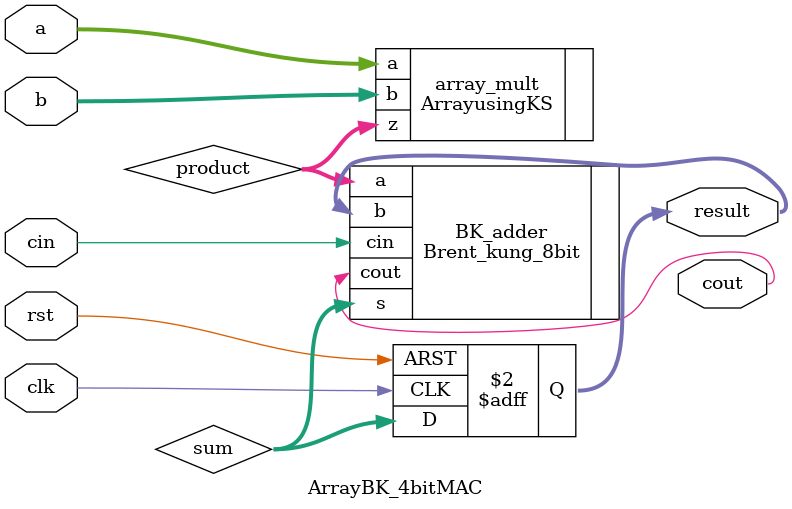
<source format=v>
module ArrayBK_4bitMAC (
    input [3:0] a,            // 4-bit multiplicand
    input [3:0] b,            // 4-bit multiplier
    input clk,
    input rst,
    input cin,                // Initial carry-in
    output reg [7:0] result,  // 8-bit result of MAC operation
    output cout               // Carry-out from adder
);
    wire [7:0] product;       // 8-bit product from multiplier
    wire [7:0] sum;           // 8-bit sum from the adder

    // Instantiate the 4-bit Array Multiplier
    ArrayusingKS array_mult (
        .a(a),
        .b(b),
        .z(product)
    );

    // Instantiate the 8-bit Kogge-Stone Adder
    Brent_kung_8bit BK_adder (
        .a(product),
        .b(result),
        .cin(cin),              // Carry-in to the adder
        .s(sum),
        .cout(cout)             // Carry-out from the adder
    );

    // Always block to update result at each clock edge or reset
    always @(posedge clk or posedge rst) begin
        if (rst) begin
            result <= 8'b0;      // Reset the result to 0
        end else begin
            result <= sum;       // Update result with the sum from adder
        end
    end
endmodule

</source>
